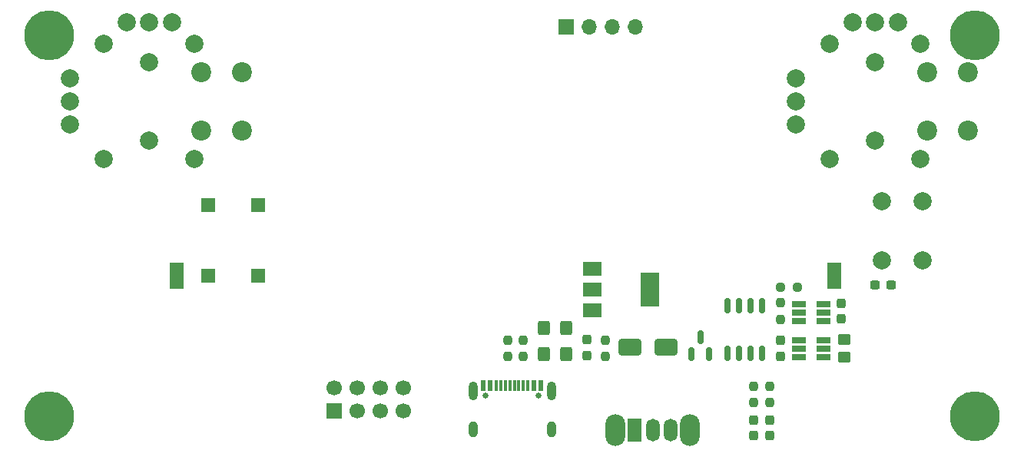
<source format=gbr>
%TF.GenerationSoftware,KiCad,Pcbnew,7.0.6-0*%
%TF.CreationDate,2024-04-21T20:32:30+02:00*%
%TF.ProjectId,3mode_controller,336d6f64-655f-4636-9f6e-74726f6c6c65,rev?*%
%TF.SameCoordinates,Original*%
%TF.FileFunction,Soldermask,Top*%
%TF.FilePolarity,Negative*%
%FSLAX46Y46*%
G04 Gerber Fmt 4.6, Leading zero omitted, Abs format (unit mm)*
G04 Created by KiCad (PCBNEW 7.0.6-0) date 2024-04-21 20:32:30*
%MOMM*%
%LPD*%
G01*
G04 APERTURE LIST*
G04 Aperture macros list*
%AMRoundRect*
0 Rectangle with rounded corners*
0 $1 Rounding radius*
0 $2 $3 $4 $5 $6 $7 $8 $9 X,Y pos of 4 corners*
0 Add a 4 corners polygon primitive as box body*
4,1,4,$2,$3,$4,$5,$6,$7,$8,$9,$2,$3,0*
0 Add four circle primitives for the rounded corners*
1,1,$1+$1,$2,$3*
1,1,$1+$1,$4,$5*
1,1,$1+$1,$6,$7*
1,1,$1+$1,$8,$9*
0 Add four rect primitives between the rounded corners*
20,1,$1+$1,$2,$3,$4,$5,0*
20,1,$1+$1,$4,$5,$6,$7,0*
20,1,$1+$1,$6,$7,$8,$9,0*
20,1,$1+$1,$8,$9,$2,$3,0*%
G04 Aperture macros list end*
%ADD10RoundRect,0.237500X-0.237500X0.250000X-0.237500X-0.250000X0.237500X-0.250000X0.237500X0.250000X0*%
%ADD11R,1.500000X1.500000*%
%ADD12R,1.560000X0.650000*%
%ADD13RoundRect,0.250000X-0.425000X0.537500X-0.425000X-0.537500X0.425000X-0.537500X0.425000X0.537500X0*%
%ADD14RoundRect,0.150000X0.150000X-0.587500X0.150000X0.587500X-0.150000X0.587500X-0.150000X-0.587500X0*%
%ADD15C,5.500000*%
%ADD16RoundRect,0.237500X-0.237500X0.287500X-0.237500X-0.287500X0.237500X-0.287500X0.237500X0.287500X0*%
%ADD17RoundRect,0.250000X0.450000X-0.350000X0.450000X0.350000X-0.450000X0.350000X-0.450000X-0.350000X0*%
%ADD18RoundRect,0.237500X0.237500X-0.250000X0.237500X0.250000X-0.237500X0.250000X-0.237500X-0.250000X0*%
%ADD19O,2.200000X3.500000*%
%ADD20R,1.500000X2.500000*%
%ADD21O,1.500000X2.500000*%
%ADD22RoundRect,0.150000X-0.150000X0.675000X-0.150000X-0.675000X0.150000X-0.675000X0.150000X0.675000X0*%
%ADD23C,2.000000*%
%ADD24C,2.200000*%
%ADD25RoundRect,0.237500X-0.300000X-0.237500X0.300000X-0.237500X0.300000X0.237500X-0.300000X0.237500X0*%
%ADD26RoundRect,0.237500X0.237500X-0.287500X0.237500X0.287500X-0.237500X0.287500X-0.237500X-0.287500X0*%
%ADD27RoundRect,0.250000X1.000000X0.650000X-1.000000X0.650000X-1.000000X-0.650000X1.000000X-0.650000X0*%
%ADD28RoundRect,0.237500X0.237500X-0.300000X0.237500X0.300000X-0.237500X0.300000X-0.237500X-0.300000X0*%
%ADD29C,0.650000*%
%ADD30R,0.600000X1.150000*%
%ADD31R,0.300000X1.150000*%
%ADD32O,1.000000X2.100000*%
%ADD33O,1.000000X1.800000*%
%ADD34R,2.000000X1.500000*%
%ADD35R,2.000000X3.800000*%
%ADD36RoundRect,0.237500X-0.250000X-0.237500X0.250000X-0.237500X0.250000X0.237500X-0.250000X0.237500X0*%
%ADD37R,1.700000X1.700000*%
%ADD38O,1.700000X1.700000*%
%ADD39C,1.700000*%
%ADD40R,1.500000X3.000000*%
G04 APERTURE END LIST*
D10*
%TO.C,R2*%
X184105000Y-123462500D03*
X184105000Y-125287500D03*
%TD*%
D11*
%TO.C,SW1*%
X121000000Y-112700000D03*
X121000000Y-120500000D03*
%TD*%
D12*
%TO.C,IC1*%
X186105000Y-123575000D03*
X186105000Y-124525000D03*
X186105000Y-125475000D03*
X188805000Y-125475000D03*
X188805000Y-124525000D03*
X188805000Y-123575000D03*
%TD*%
D13*
%TO.C,C8*%
X158000000Y-126190000D03*
X158000000Y-129065000D03*
%TD*%
D14*
%TO.C,Q1*%
X174300000Y-129125000D03*
X176200000Y-129125000D03*
X175250000Y-127250000D03*
%TD*%
D15*
%TO.C,H3*%
X103500000Y-136000000D03*
%TD*%
D12*
%TO.C,U4*%
X188805000Y-129475000D03*
X188805000Y-128525000D03*
X188805000Y-127575000D03*
X186105000Y-127575000D03*
X186105000Y-128525000D03*
X186105000Y-129475000D03*
%TD*%
D16*
%TO.C,D3*%
X181100000Y-136350000D03*
X181100000Y-138100000D03*
%TD*%
D17*
%TO.C,R5*%
X191105000Y-129475000D03*
X191105000Y-127475000D03*
%TD*%
D18*
%TO.C,R6*%
X181100000Y-134450000D03*
X181100000Y-132625000D03*
%TD*%
D19*
%TO.C,SW4*%
X165900000Y-137500000D03*
X174100000Y-137500000D03*
D20*
X168000000Y-137500000D03*
D21*
X170000000Y-137500000D03*
X172000000Y-137500000D03*
%TD*%
D22*
%TO.C,U1*%
X182010000Y-123800000D03*
X180740000Y-123800000D03*
X179470000Y-123800000D03*
X178200000Y-123800000D03*
X178200000Y-129050000D03*
X179470000Y-129050000D03*
X180740000Y-129050000D03*
X182010000Y-129050000D03*
%TD*%
D23*
%TO.C,U7*%
X109500000Y-107575000D03*
X119500000Y-107575000D03*
X114500000Y-105550000D03*
X114500000Y-96950000D03*
X109500000Y-94925000D03*
X119500000Y-94925000D03*
X117000000Y-92520000D03*
X114500000Y-92520000D03*
X112000000Y-92520000D03*
X105770000Y-98750000D03*
X105770000Y-101250000D03*
X105770000Y-103750000D03*
D24*
X120250000Y-104500000D03*
X124750000Y-104500000D03*
X120250000Y-98000000D03*
X124750000Y-98000000D03*
%TD*%
D25*
%TO.C,C6*%
X194537500Y-121500000D03*
X196262500Y-121500000D03*
%TD*%
D23*
%TO.C,SW3*%
X195250000Y-118750000D03*
X195250000Y-112250000D03*
X199750000Y-118750000D03*
X199750000Y-112250000D03*
%TD*%
D26*
%TO.C,D1*%
X162750000Y-129287500D03*
X162750000Y-127537500D03*
%TD*%
D27*
%TO.C,D4*%
X171500000Y-128357500D03*
X167500000Y-128357500D03*
%TD*%
D28*
%TO.C,C2*%
X184105000Y-129337500D03*
X184105000Y-127612500D03*
%TD*%
D10*
%TO.C,R7*%
X164750000Y-127545000D03*
X164750000Y-129370000D03*
%TD*%
D15*
%TO.C,H2*%
X205500000Y-94000000D03*
%TD*%
D11*
%TO.C,SW2*%
X126500000Y-112700000D03*
X126500000Y-120500000D03*
%TD*%
D23*
%TO.C,U8*%
X189500000Y-107575000D03*
X199500000Y-107575000D03*
X194500000Y-105550000D03*
X194500000Y-96950000D03*
X189500000Y-94925000D03*
X199500000Y-94925000D03*
X197000000Y-92520000D03*
X194500000Y-92520000D03*
X192000000Y-92520000D03*
X185770000Y-98750000D03*
X185770000Y-101250000D03*
X185770000Y-103750000D03*
D24*
X200250000Y-104500000D03*
X204750000Y-104500000D03*
X200250000Y-98000000D03*
X204750000Y-98000000D03*
%TD*%
D15*
%TO.C,H1*%
X103500000Y-94000000D03*
%TD*%
D29*
%TO.C,J2*%
X151610000Y-133685000D03*
X157390000Y-133685000D03*
D30*
X151300000Y-132610000D03*
X152100000Y-132610000D03*
D31*
X153250000Y-132610000D03*
X154250000Y-132610000D03*
X154750000Y-132610000D03*
X155750000Y-132610000D03*
D30*
X156900000Y-132610000D03*
X157700000Y-132610000D03*
X157700000Y-132610000D03*
X156900000Y-132610000D03*
D31*
X156250000Y-132610000D03*
X155250000Y-132610000D03*
X153750000Y-132610000D03*
X152750000Y-132610000D03*
D30*
X152100000Y-132610000D03*
X151300000Y-132610000D03*
D32*
X150180000Y-133185000D03*
D33*
X150180000Y-137365000D03*
D32*
X158820000Y-133185000D03*
D33*
X158820000Y-137365000D03*
%TD*%
D18*
%TO.C,R4*%
X155750000Y-129370000D03*
X155750000Y-127545000D03*
%TD*%
D15*
%TO.C,H4*%
X205500000Y-136000000D03*
%TD*%
D34*
%TO.C,U5*%
X163350000Y-119700000D03*
X163350000Y-122000000D03*
D35*
X169650000Y-122000000D03*
D34*
X163350000Y-124300000D03*
%TD*%
D36*
%TO.C,R9*%
X184080000Y-121775000D03*
X185905000Y-121775000D03*
%TD*%
D16*
%TO.C,D2*%
X182900000Y-136350000D03*
X182900000Y-138100000D03*
%TD*%
D37*
%TO.C,J1*%
X160460000Y-93000000D03*
D38*
X163000000Y-93000000D03*
X165540000Y-93000000D03*
X168080000Y-93000000D03*
%TD*%
D13*
%TO.C,C7*%
X160500000Y-126190000D03*
X160500000Y-129065000D03*
%TD*%
D18*
%TO.C,R10*%
X182900000Y-134450000D03*
X182900000Y-132625000D03*
%TD*%
D28*
%TO.C,C4*%
X190805000Y-125237500D03*
X190805000Y-123512500D03*
%TD*%
D37*
%TO.C,U6*%
X134880000Y-135400000D03*
D39*
X134880000Y-132860000D03*
X137420000Y-135400000D03*
X137420000Y-132860000D03*
X139960000Y-135400000D03*
X139960000Y-132860000D03*
X142500000Y-135400000D03*
X142500000Y-132860000D03*
%TD*%
D10*
%TO.C,R3*%
X154000000Y-127545000D03*
X154000000Y-129370000D03*
%TD*%
D40*
%TO.C,U3*%
X190000000Y-120498224D03*
X117500000Y-120498224D03*
%TD*%
M02*

</source>
